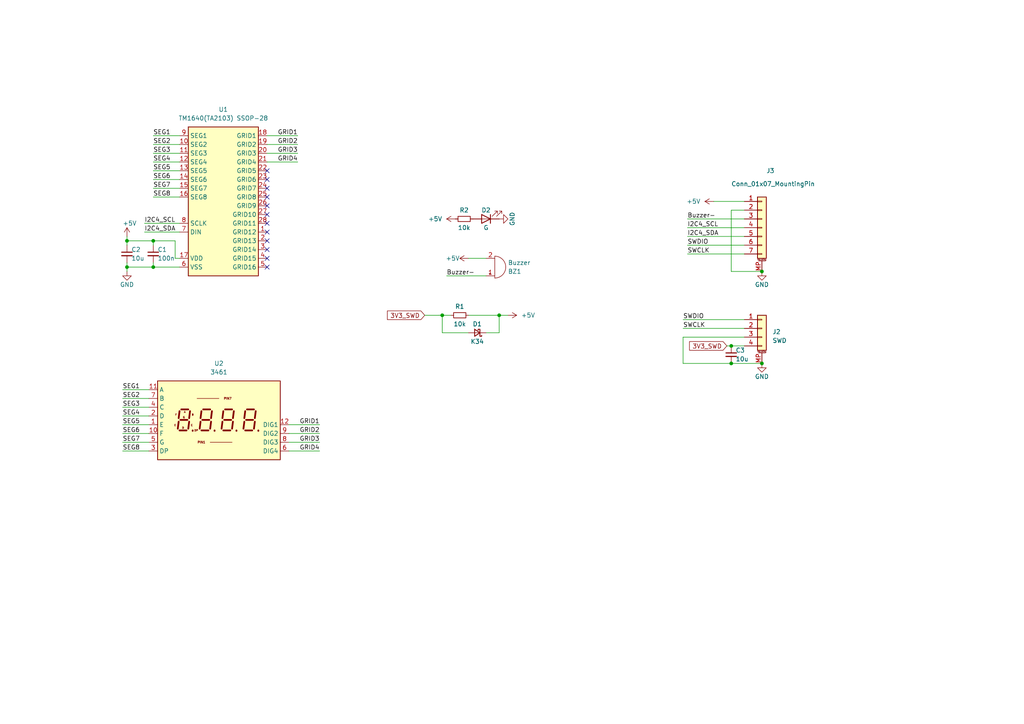
<source format=kicad_sch>
(kicad_sch (version 20231120) (generator "eeschema") (generator_version "8.0")
  (paper "A4")
  (lib_symbols
    (symbol "AEX7 Others:LED-8888-3461"
      (property "Reference" "U" (at 0 0 0))
      (property "Value" "3461" (at 0 0 0))
      (symbol "LED-8888-3461_0_0"
        (pin unspecified line (at -19.05 -17.78 0) (length 2.54) (name "E") (number "1"))
        (pin unspecified line (at -19.05 -20.32 0) (length 2.54) (name "F") (number "10"))
        (pin unspecified line (at -19.05 -7.62 0) (length 2.54) (name "A") (number "11"))
        (pin unspecified line (at 21.59 -17.78 180) (length 2.54) (name "DIG1") (number "12"))
        (pin unspecified line (at -19.05 -15.24 0) (length 2.54) (name "D") (number "2"))
        (pin unspecified line (at -19.05 -25.4 0) (length 2.54) (name "DP") (number "3"))
        (pin unspecified line (at -19.05 -12.7 0) (length 2.54) (name "C") (number "4"))
        (pin unspecified line (at -19.05 -22.86 0) (length 2.54) (name "G") (number "5"))
        (pin unspecified line (at 21.59 -25.4 180) (length 2.54) (name "DIG4") (number "6"))
        (pin unspecified line (at -19.05 -10.16 0) (length 2.54) (name "B") (number "7"))
        (pin unspecified line (at 21.59 -22.86 180) (length 2.54) (name "DIG3") (number "8"))
        (pin unspecified line (at 21.59 -20.32 180) (length 2.54) (name "DIG2") (number "9"))
      )
      (symbol "LED-8888-3461_0_1"
        (rectangle (start -16.51 -5.08) (end 19.05 -27.94) (stroke (width 0.254)) (fill (type background)))
        (polyline (pts (xy -5.08 -20.32) (xy -5.08 -20.32)) (stroke (width 0.254)))
      )
      (symbol "LED-8888-3461_1_0"
        (text "A" (at -8.636 -14.097 0) (effects (font (size 0.508 0.508))))
        (text "B" (at -6.35 -14.859 0) (effects (font (size 0.508 0.508))))
        (text "C" (at -6.604 -17.907 0) (effects (font (size 0.508 0.508))))
        (text "D" (at -9.144 -18.669 0) (effects (font (size 0.508 0.508))))
        (text "DP" (at -5.334 -19.431 0) (effects (font (size 0.508 0.508))))
        (text "E" (at -11.43 -17.907 0) (effects (font (size 0.508 0.508))))
        (text "F" (at -11.176 -14.859 0) (effects (font (size 0.508 0.508))))
        (text "G" (at -8.89 -15.621 0) (effects (font (size 0.508 0.508))))
      )
      (symbol "LED-8888-3461_1_1"
        (polyline (pts (xy -10.414 -16.891) (xy -10.668 -18.923)) (stroke (width 0.508)))
        (polyline (pts (xy -10.16 -19.431) (xy -8.128 -19.431)) (stroke (width 0.508)))
        (polyline (pts (xy -10.16 -13.843) (xy -10.414 -15.875)) (stroke (width 0.508)))
        (polyline (pts (xy -9.906 -16.383) (xy -7.874 -16.383)) (stroke (width 0.508)))
        (polyline (pts (xy -9.652 -13.335) (xy -7.62 -13.335)) (stroke (width 0.508)))
        (polyline (pts (xy -7.366 -16.891) (xy -7.62 -18.923)) (stroke (width 0.508)))
        (polyline (pts (xy -7.112 -13.843) (xy -7.366 -15.875)) (stroke (width 0.508)))
        (polyline (pts (xy -6.35 -19.558) (xy -6.35 -19.431)) (stroke (width 0.508)))
        (polyline (pts (xy -5.08 -10.16) (xy 1.27 -10.16)))
        (polyline (pts (xy -4.064 -16.891) (xy -4.318 -18.923)) (stroke (width 0.508)))
        (polyline (pts (xy -3.81 -19.431) (xy -1.778 -19.431)) (stroke (width 0.508)))
        (polyline (pts (xy -3.81 -13.843) (xy -4.064 -15.875)) (stroke (width 0.508)))
        (polyline (pts (xy -3.556 -16.383) (xy -1.524 -16.383)) (stroke (width 0.508)))
        (polyline (pts (xy -3.302 -13.335) (xy -1.27 -13.335)) (stroke (width 0.508)))
        (polyline (pts (xy -1.27 -22.86) (xy 5.08 -22.86)))
        (polyline (pts (xy -1.016 -16.891) (xy -1.27 -18.923)) (stroke (width 0.508)))
        (polyline (pts (xy -0.762 -13.843) (xy -1.016 -15.875)) (stroke (width 0.508)))
        (polyline (pts (xy 0 -19.558) (xy 0 -19.431)) (stroke (width 0.508)))
        (polyline (pts (xy 2.286 -16.891) (xy 2.032 -18.923)) (stroke (width 0.508)))
        (polyline (pts (xy 2.54 -19.431) (xy 4.572 -19.431)) (stroke (width 0.508)))
        (polyline (pts (xy 2.54 -13.843) (xy 2.286 -15.875)) (stroke (width 0.508)))
        (polyline (pts (xy 2.794 -16.383) (xy 4.826 -16.383)) (stroke (width 0.508)))
        (polyline (pts (xy 3.048 -13.335) (xy 5.08 -13.335)) (stroke (width 0.508)))
        (polyline (pts (xy 5.334 -16.891) (xy 5.08 -18.923)) (stroke (width 0.508)))
        (polyline (pts (xy 5.588 -13.843) (xy 5.334 -15.875)) (stroke (width 0.508)))
        (polyline (pts (xy 6.35 -19.558) (xy 6.35 -19.431)) (stroke (width 0.508)))
        (polyline (pts (xy 8.636 -16.891) (xy 8.382 -18.923)) (stroke (width 0.508)))
        (polyline (pts (xy 8.89 -19.431) (xy 10.922 -19.431)) (stroke (width 0.508)))
        (polyline (pts (xy 8.89 -13.843) (xy 8.636 -15.875)) (stroke (width 0.508)))
        (polyline (pts (xy 9.144 -16.383) (xy 11.176 -16.383)) (stroke (width 0.508)))
        (polyline (pts (xy 9.398 -13.335) (xy 11.43 -13.335)) (stroke (width 0.508)))
        (polyline (pts (xy 11.684 -16.891) (xy 11.43 -18.923)) (stroke (width 0.508)))
        (polyline (pts (xy 11.938 -13.843) (xy 11.684 -15.875)) (stroke (width 0.508)))
        (polyline (pts (xy 12.7 -19.558) (xy 12.7 -19.431)) (stroke (width 0.508)))
        (text "PIN1" (at -3.81 -22.86 0) (effects (font (size 0.635 0.635))))
        (text "PIN7" (at 3.81 -10.16 0) (effects (font (size 0.635 0.635))))
      )
    )
    (symbol "AEX7 Others:TM1640(TA2103)"
      (property "Reference" "U" (at 0 3.81 0))
      (property "Value" "TM1640(TA2103)" (at 0 -71.12 0))
      (symbol "TM1640(TA2103)_0_0"
        (pin unspecified line (at 12.7 -29.21 180) (length 2.54) (name "GRID12") (number "1"))
        (pin unspecified line (at -12.7 -3.81 0) (length 2.54) (name "SEG2") (number "10"))
        (pin unspecified line (at -12.7 -6.35 0) (length 2.54) (name "SEG3") (number "11"))
        (pin unspecified line (at -12.7 -8.89 0) (length 2.54) (name "SEG4") (number "12"))
        (pin unspecified line (at -12.7 -11.43 0) (length 2.54) (name "SEG5") (number "13"))
        (pin unspecified line (at -12.7 -13.97 0) (length 2.54) (name "SEG6") (number "14"))
        (pin unspecified line (at -12.7 -16.51 0) (length 2.54) (name "SEG7") (number "15"))
        (pin unspecified line (at -12.7 -19.05 0) (length 2.54) (name "SEG8") (number "16"))
        (pin unspecified line (at -12.7 -36.83 0) (length 2.54) (name "VDD") (number "17"))
        (pin unspecified line (at 12.7 -1.27 180) (length 2.54) (name "GRID1") (number "18"))
        (pin unspecified line (at 12.7 -3.81 180) (length 2.54) (name "GRID2") (number "19"))
        (pin unspecified line (at 12.7 -31.75 180) (length 2.54) (name "GRID13") (number "2"))
        (pin unspecified line (at 12.7 -6.35 180) (length 2.54) (name "GRID3") (number "20"))
        (pin unspecified line (at 12.7 -8.89 180) (length 2.54) (name "GRID4") (number "21"))
        (pin unspecified line (at 12.7 -11.43 180) (length 2.54) (name "GRID5") (number "22"))
        (pin unspecified line (at 12.7 -13.97 180) (length 2.54) (name "GRID6") (number "23"))
        (pin unspecified line (at 12.7 -16.51 180) (length 2.54) (name "GRID7") (number "24"))
        (pin unspecified line (at 12.7 -19.05 180) (length 2.54) (name "GRID8") (number "25"))
        (pin unspecified line (at 12.7 -21.59 180) (length 2.54) (name "GRID9") (number "26"))
        (pin unspecified line (at 12.7 -24.13 180) (length 2.54) (name "GRID10") (number "27"))
        (pin unspecified line (at 12.7 -26.67 180) (length 2.54) (name "GRID11") (number "28"))
        (pin unspecified line (at 12.7 -34.29 180) (length 2.54) (name "GRID14") (number "3"))
        (pin unspecified line (at 12.7 -36.83 180) (length 2.54) (name "GRID15") (number "4"))
        (pin unspecified line (at 12.7 -39.37 180) (length 2.54) (name "GRID16") (number "5"))
        (pin unspecified line (at -12.7 -39.37 0) (length 2.54) (name "VSS") (number "6"))
        (pin unspecified line (at -12.7 -29.21 0) (length 2.54) (name "DIN") (number "7"))
        (pin unspecified line (at -12.7 -26.67 0) (length 2.54) (name "SCLK") (number "8"))
        (pin unspecified line (at -12.7 -1.27 0) (length 2.54) (name "SEG1") (number "9"))
      )
      (symbol "TM1640(TA2103)_1_1"
        (rectangle (start -10.16 1.27) (end 10.16 -41.91) (stroke (width 0.254)) (fill (type background)))
      )
    )
    (symbol "Connector_Generic_MountingPin:Conn_01x04_MountingPin" (pin_names (offset 1.016) hide)
      (property "Reference" "J" (at 0 5.08 0))
      (property "Value" "Conn_01x04_MountingPin" (at 1.27 -7.62 0))
      (symbol "Conn_01x04_MountingPin_1_1"
        (rectangle (start -1.27 -4.953) (end 0 -5.207) (stroke (width 0.1524)))
        (rectangle (start -1.27 -2.413) (end 0 -2.667) (stroke (width 0.1524)))
        (rectangle (start -1.27 0.127) (end 0 -0.127) (stroke (width 0.1524)))
        (rectangle (start -1.27 2.667) (end 0 2.413) (stroke (width 0.1524)))
        (rectangle (start -1.27 3.81) (end 1.27 -6.35) (stroke (width 0.254)) (fill (type background)))
        (polyline (pts (xy -1.016 -7.112) (xy 1.016 -7.112)) (stroke (width 0.1524)))
        (text "Mounting" (at 0 -6.731 0) (effects (font (size 0.381 0.381))))
        (pin passive line (at -5.08 2.54 0) (length 3.81) (name "Pin_1") (number "1"))
        (pin passive line (at -5.08 0 0) (length 3.81) (name "Pin_2") (number "2"))
        (pin passive line (at -5.08 -2.54 0) (length 3.81) (name "Pin_3") (number "3"))
        (pin passive line (at -5.08 -5.08 0) (length 3.81) (name "Pin_4") (number "4"))
        (pin passive line (at 0 -10.16 90) (length 3.048) (name "MountPin") (number "MP"))
      )
    )
    (symbol "Connector_Generic_MountingPin:Conn_01x07_MountingPin" (pin_names (offset 1.016) hide)
      (property "Reference" "J" (at 0 10.16 0))
      (property "Value" "Conn_01x07_MountingPin" (at 1.27 -10.16 0))
      (symbol "Conn_01x07_MountingPin_1_1"
        (rectangle (start -1.27 -7.493) (end 0 -7.747) (stroke (width 0.1524)))
        (rectangle (start -1.27 -4.953) (end 0 -5.207) (stroke (width 0.1524)))
        (rectangle (start -1.27 -2.413) (end 0 -2.667) (stroke (width 0.1524)))
        (rectangle (start -1.27 0.127) (end 0 -0.127) (stroke (width 0.1524)))
        (rectangle (start -1.27 2.667) (end 0 2.413) (stroke (width 0.1524)))
        (rectangle (start -1.27 5.207) (end 0 4.953) (stroke (width 0.1524)))
        (rectangle (start -1.27 7.747) (end 0 7.493) (stroke (width 0.1524)))
        (rectangle (start -1.27 8.89) (end 1.27 -8.89) (stroke (width 0.254)) (fill (type background)))
        (polyline (pts (xy -1.016 -9.652) (xy 1.016 -9.652)) (stroke (width 0.1524)))
        (text "Mounting" (at 0 -9.271 0) (effects (font (size 0.381 0.381))))
        (pin passive line (at -5.08 7.62 0) (length 3.81) (name "Pin_1") (number "1"))
        (pin passive line (at -5.08 5.08 0) (length 3.81) (name "Pin_2") (number "2"))
        (pin passive line (at -5.08 2.54 0) (length 3.81) (name "Pin_3") (number "3"))
        (pin passive line (at -5.08 0 0) (length 3.81) (name "Pin_4") (number "4"))
        (pin passive line (at -5.08 -2.54 0) (length 3.81) (name "Pin_5") (number "5"))
        (pin passive line (at -5.08 -5.08 0) (length 3.81) (name "Pin_6") (number "6"))
        (pin passive line (at -5.08 -7.62 0) (length 3.81) (name "Pin_7") (number "7"))
        (pin passive line (at 0 -12.7 90) (length 3.048) (name "MountPin") (number "MP"))
      )
    )
    (symbol "Device:Buzzer" (pin_names (offset 0.0254) hide)
      (property "Reference" "BZ" (at 3.81 1.27 0))
      (property "Value" "Buzzer" (at 3.81 -1.27 0))
      (symbol "Buzzer_0_1"
        (arc (start 0 -3.175) (mid 3.1612 0) (end 0 3.175))
        (polyline (pts (xy -1.651 1.905) (xy -1.143 1.905)))
        (polyline (pts (xy -1.397 2.159) (xy -1.397 1.651)))
        (polyline (pts (xy 0 3.175) (xy 0 -3.175)))
      )
      (symbol "Buzzer_1_1"
        (pin passive line (at -2.54 2.54 0) (length 2.54) (name "-") (number "1"))
        (pin passive line (at -2.54 -2.54 0) (length 2.54) (name "+") (number "2"))
      )
    )
    (symbol "Device:C_Small" (pin_numbers hide) (pin_names (offset 0.254) hide)
      (property "Reference" "C" (at 0.254 1.778 0))
      (property "Value" "C_Small" (at 0.254 -2.032 0))
      (symbol "C_Small_0_1"
        (polyline (pts (xy -1.524 -0.508) (xy 1.524 -0.508)) (stroke (width 0.3302)))
        (polyline (pts (xy -1.524 0.508) (xy 1.524 0.508)) (stroke (width 0.3048)))
      )
      (symbol "C_Small_1_1"
        (pin passive line (at 0 2.54 270) (length 2.032) (name "~") (number "1"))
        (pin passive line (at 0 -2.54 90) (length 2.032) (name "~") (number "2"))
      )
    )
    (symbol "Device:D_Schottky_Small" (pin_numbers hide) (pin_names (offset 0.254) hide)
      (property "Reference" "D" (at -1.27 2.032 0))
      (property "Value" "D_Schottky_Small" (at -7.112 -2.032 0))
      (symbol "D_Schottky_Small_0_1"
        (polyline (pts (xy -0.762 0) (xy 0.762 0)))
        (polyline (pts (xy 0.762 -1.016) (xy -0.762 0) (xy 0.762 1.016) (xy 0.762 -1.016)) (stroke (width 0.254)))
        (polyline (pts (xy -1.27 0.762) (xy -1.27 1.016) (xy -0.762 1.016) (xy -0.762 -1.016) (xy -0.254 -1.016) (xy -0.254 -0.762)) (stroke (width 0.254)))
      )
      (symbol "D_Schottky_Small_1_1"
        (pin passive line (at -2.54 0 0) (length 1.778) (name "K") (number "1"))
        (pin passive line (at 2.54 0 180) (length 1.778) (name "A") (number "2"))
      )
    )
    (symbol "Device:LED" (pin_numbers hide) (pin_names (offset 1.016) hide)
      (property "Reference" "D" (at 0 2.54 0))
      (property "Value" "LED" (at 0 -2.54 0))
      (symbol "LED_0_1"
        (polyline (pts (xy -1.27 -1.27) (xy -1.27 1.27)) (stroke (width 0.254)))
        (polyline (pts (xy -1.27 0) (xy 1.27 0)))
        (polyline (pts (xy 1.27 -1.27) (xy 1.27 1.27) (xy -1.27 0) (xy 1.27 -1.27)) (stroke (width 0.254)))
        (polyline (pts (xy -3.048 -0.762) (xy -4.572 -2.286) (xy -3.81 -2.286) (xy -4.572 -2.286) (xy -4.572 -1.524)))
        (polyline (pts (xy -1.778 -0.762) (xy -3.302 -2.286) (xy -2.54 -2.286) (xy -3.302 -2.286) (xy -3.302 -1.524)))
      )
      (symbol "LED_1_1"
        (pin passive line (at -3.81 0 0) (length 2.54) (name "K") (number "1"))
        (pin passive line (at 3.81 0 180) (length 2.54) (name "A") (number "2"))
      )
    )
    (symbol "Device:R_Small" (pin_numbers hide) (pin_names (offset 0.254) hide)
      (property "Reference" "R" (at 0.762 0.508 0))
      (property "Value" "R_Small" (at 0.762 -1.016 0))
      (symbol "R_Small_0_1"
        (rectangle (start -0.762 1.778) (end 0.762 -1.778) (stroke (width 0.2032)))
      )
      (symbol "R_Small_1_1"
        (pin passive line (at 0 2.54 270) (length 0.762) (name "~") (number "1"))
        (pin passive line (at 0 -2.54 90) (length 0.762) (name "~") (number "2"))
      )
    )
    (symbol "power:+5V" (power) (pin_names (offset 0))
      (property "Value" "+5V" (at 0 3.556 0))
      (symbol "+5V_0_1"
        (polyline (pts (xy -0.762 1.27) (xy 0 2.54)))
        (polyline (pts (xy 0 0) (xy 0 2.54)))
        (polyline (pts (xy 0 2.54) (xy 0.762 1.27)))
      )
      (symbol "+5V_1_1"
        (pin power_in line (at 0 0 90) (length 0) hide (name "+5V") (number "1"))
      )
    )
    (symbol "power:GND" (power) (pin_names (offset 0))
      (property "Value" "GND" (at 0 -3.81 0))
      (symbol "GND_0_1"
        (polyline (pts (xy 0 0) (xy 0 -1.27) (xy 1.27 -1.27) (xy 0 -2.54) (xy -1.27 -1.27) (xy 0 -1.27)))
      )
      (symbol "GND_1_1"
        (pin power_in line (at 0 0 270) (length 0) hide (name "GND") (number "1"))
      )
    )
  )
  (junction (at 128.27 91.44))
  (junction (at 212.09 105.41))
  (junction (at 144.78 91.44))
  (junction (at 36.83 69.85))
  (junction (at 212.09 100.33))
  (junction (at 44.45 69.85))
  (junction (at 220.98 105.41))
  (junction (at 36.83 77.47))
  (junction (at 220.98 78.74))
  (junction (at 44.45 77.47))
  (no_connect (at 77.47 69.85))
  (no_connect (at 77.47 72.39))
  (no_connect (at 77.47 64.77))
  (no_connect (at 77.47 54.61))
  (no_connect (at 77.47 74.93))
  (no_connect (at 77.47 52.07))
  (no_connect (at 77.47 59.69))
  (no_connect (at 77.47 77.47))
  (no_connect (at 77.47 57.15))
  (no_connect (at 77.47 62.23))
  (no_connect (at 77.47 67.31))
  (no_connect (at 77.47 49.53))
  (wire (pts (xy 92.71 123.19) (xy 83.82 123.19)))
  (wire (pts (xy 199.39 63.5) (xy 215.9 63.5)))
  (wire (pts (xy 44.45 54.61) (xy 52.07 54.61)))
  (wire (pts (xy 212.09 100.33) (xy 215.9 100.33)))
  (wire (pts (xy 86.36 46.99) (xy 77.47 46.99)))
  (wire (pts (xy 44.45 46.99) (xy 52.07 46.99)))
  (wire (pts (xy 35.56 130.81) (xy 43.18 130.81)))
  (wire (pts (xy 198.12 95.25) (xy 215.9 95.25)))
  (wire (pts (xy 212.09 60.96) (xy 212.09 78.74)))
  (wire (pts (xy 35.56 118.11) (xy 43.18 118.11)))
  (wire (pts (xy 41.91 67.31) (xy 52.07 67.31)))
  (wire (pts (xy 123.19 91.44) (xy 128.27 91.44)))
  (wire (pts (xy 212.09 60.96) (xy 215.9 60.96)))
  (wire (pts (xy 44.45 57.15) (xy 52.07 57.15)))
  (wire (pts (xy 198.12 105.41) (xy 212.09 105.41)))
  (wire (pts (xy 35.56 115.57) (xy 43.18 115.57)))
  (wire (pts (xy 210.82 100.33) (xy 212.09 100.33)))
  (wire (pts (xy 198.12 92.71) (xy 215.9 92.71)))
  (wire (pts (xy 44.45 76.2) (xy 44.45 77.47)))
  (wire (pts (xy 92.71 128.27) (xy 83.82 128.27)))
  (wire (pts (xy 130.81 91.44) (xy 128.27 91.44)))
  (wire (pts (xy 86.36 39.37) (xy 77.47 39.37)))
  (wire (pts (xy 44.45 77.47) (xy 52.07 77.47)))
  (wire (pts (xy 199.39 73.66) (xy 215.9 73.66)))
  (wire (pts (xy 36.83 68.58) (xy 36.83 69.85)))
  (wire (pts (xy 35.56 113.03) (xy 43.18 113.03)))
  (wire (pts (xy 215.9 97.79) (xy 198.12 97.79)))
  (wire (pts (xy 44.45 49.53) (xy 52.07 49.53)))
  (wire (pts (xy 36.83 77.47) (xy 44.45 77.47)))
  (wire (pts (xy 199.39 68.58) (xy 215.9 68.58)))
  (wire (pts (xy 135.89 74.93) (xy 140.97 74.93)))
  (wire (pts (xy 92.71 125.73) (xy 83.82 125.73)))
  (wire (pts (xy 86.36 41.91) (xy 77.47 41.91)))
  (wire (pts (xy 36.83 76.2) (xy 36.83 77.47)))
  (wire (pts (xy 35.56 120.65) (xy 43.18 120.65)))
  (wire (pts (xy 44.45 69.85) (xy 36.83 69.85)))
  (wire (pts (xy 44.45 52.07) (xy 52.07 52.07)))
  (wire (pts (xy 212.09 105.41) (xy 220.98 105.41)))
  (wire (pts (xy 44.45 41.91) (xy 52.07 41.91)))
  (wire (pts (xy 135.89 91.44) (xy 144.78 91.44)))
  (wire (pts (xy 35.56 125.73) (xy 43.18 125.73)))
  (wire (pts (xy 207.01 58.42) (xy 215.9 58.42)))
  (wire (pts (xy 144.78 91.44) (xy 147.32 91.44)))
  (wire (pts (xy 44.45 44.45) (xy 52.07 44.45)))
  (wire (pts (xy 199.39 66.04) (xy 215.9 66.04)))
  (wire (pts (xy 86.36 44.45) (xy 77.47 44.45)))
  (wire (pts (xy 144.78 96.52) (xy 140.97 96.52)))
  (wire (pts (xy 144.78 96.52) (xy 144.78 91.44)))
  (wire (pts (xy 50.8 74.93) (xy 50.8 69.85)))
  (wire (pts (xy 212.09 78.74) (xy 220.98 78.74)))
  (wire (pts (xy 35.56 123.19) (xy 43.18 123.19)))
  (wire (pts (xy 41.91 64.77) (xy 52.07 64.77)))
  (wire (pts (xy 52.07 74.93) (xy 50.8 74.93)))
  (wire (pts (xy 36.83 69.85) (xy 36.83 71.12)))
  (wire (pts (xy 129.54 80.01) (xy 140.97 80.01)))
  (wire (pts (xy 92.71 130.81) (xy 83.82 130.81)))
  (wire (pts (xy 44.45 39.37) (xy 52.07 39.37)))
  (wire (pts (xy 50.8 69.85) (xy 44.45 69.85)))
  (wire (pts (xy 35.56 128.27) (xy 43.18 128.27)))
  (wire (pts (xy 199.39 71.12) (xy 215.9 71.12)))
  (wire (pts (xy 128.27 91.44) (xy 128.27 96.52)))
  (wire (pts (xy 128.27 96.52) (xy 135.89 96.52)))
  (wire (pts (xy 198.12 97.79) (xy 198.12 105.41)))
  (wire (pts (xy 36.83 77.47) (xy 36.83 78.74)))
  (wire (pts (xy 44.45 69.85) (xy 44.45 71.12)))
  (label "SEG3" (at 44.45 44.45 0))
  (label "SWDIO" (at 199.39 71.12 0))
  (label "GRID1" (at 92.71 123.19 180))
  (label "SWDIO" (at 198.12 92.71 0))
  (label "I2C4_SDA" (at 199.39 68.58 0))
  (label "SEG2" (at 44.45 41.91 0))
  (label "GRID2" (at 92.71 125.73 180))
  (label "SEG1" (at 44.45 39.37 0))
  (label "SEG2" (at 35.56 115.57 0))
  (label "Buzzer-" (at 199.39 63.5 0))
  (label "SEG5" (at 35.56 123.19 0))
  (label "SWCLK" (at 198.12 95.25 0))
  (label "SEG6" (at 35.56 125.73 0))
  (label "GRID4" (at 92.71 130.81 180))
  (label "SWCLK" (at 199.39 73.66 0))
  (label "I2C4_SCL" (at 199.39 66.04 0))
  (label "GRID1" (at 86.36 39.37 180))
  (label "SEG4" (at 44.45 46.99 0))
  (label "SEG4" (at 35.56 120.65 0))
  (label "I2C4_SCL" (at 41.91 64.77 0))
  (label "GRID3" (at 86.36 44.45 180))
  (label "SEG6" (at 44.45 52.07 0))
  (label "SEG7" (at 44.45 54.61 0))
  (label "GRID3" (at 92.71 128.27 180))
  (label "SEG5" (at 44.45 49.53 0))
  (label "SEG8" (at 44.45 57.15 0))
  (label "SEG8" (at 35.56 130.81 0))
  (label "Buzzer-" (at 129.54 80.01 0))
  (label "SEG1" (at 35.56 113.03 0))
  (label "GRID4" (at 86.36 46.99 180))
  (label "SEG3" (at 35.56 118.11 0))
  (label "I2C4_SDA" (at 41.91 67.31 0))
  (label "GRID2" (at 86.36 41.91 180))
  (label "SEG7" (at 35.56 128.27 0))
  (global_label "3V3_SWD" (shape input) (at 210.82 100.33 180) (property "Intersheetrefs" "${INTERSHEET_REFS}" (effects (hide yes))))
  (global_label "3V3_SWD" (shape input) (at 123.19 91.44 180) (property "Intersheetrefs" "${INTERSHEET_REFS}" (effects (hide yes))))
  (symbol (lib_id "Device:LED") (at 140.97 63.5 180) (unit 1)
    (property "Reference" "D2" (at 140.97 60.96 0))
    (property "Value" "G" (at 140.97 66.04 0))
    (property "Footprint" "LED_SMD:LED_0603_1608Metric" (effects (hide yes)))
  )
  (symbol (lib_id "power:+5V") (at 36.83 68.58 0) (unit 1)
    (property "Reference" "#PWR04" (effects (hide yes)))
    (property "Value" "+5V" (at 35.56 64.77 0) (effects (justify left)))
  )
  (symbol (lib_id "power:+5V") (at 135.89 74.93 90) (unit 1)
    (property "Reference" "#PWR03" (effects (hide yes)))
    (property "Value" "+5V" (at 133.35 74.93 90) (effects (justify left)))
  )
  (symbol (lib_id "AEX7 Others:LED-8888-3461") (at 62.23 105.41 0) (unit 1)
    (property "Reference" "U2" (at 63.5 105.41 0))
    (property "Value" "3461" (at 63.5 107.95 0))
    (property "Footprint" "AEX7 Others:LED-8888-3461" (effects (hide yes)))
  )
  (symbol (lib_id "Connector_Generic_MountingPin:Conn_01x07_MountingPin") (at 220.98 66.04 0) (unit 1)
    (property "Reference" "J3" (at 222.25 49.53 0) (effects (justify left)))
    (property "Value" "Conn_01x07_MountingPin" (at 212.09 53.34 0) (effects (justify left)))
    (property "Footprint" "Connector_JST:JST_GH_SM07B-GHS-TB_1x07-1MP_P1.25mm_Horizontal" (effects (hide yes)))
  )
  (symbol (lib_id "power:+5V") (at 147.32 91.44 270) (unit 1)
    (property "Reference" "#PWR07" (effects (hide yes)))
    (property "Value" "+5V" (at 151.13 91.44 90) (effects (justify left)))
  )
  (symbol (lib_id "Device:Buzzer") (at 143.51 77.47 0) (mirror x) (unit 1)
    (property "Reference" "BZ1" (at 147.32 78.74 0) (effects (justify left)))
    (property "Value" "Buzzer" (at 147.32 76.2 0) (effects (justify left)))
    (property "Footprint" "RM24:MLT-9032" (effects (hide yes)))
  )
  (symbol (lib_id "power:+5V") (at 207.01 58.42 90) (unit 1)
    (property "Reference" "#PWR01" (effects (hide yes)))
    (property "Value" "+5V" (at 203.2 58.42 90) (effects (justify left)))
  )
  (symbol (lib_id "power:GND") (at 36.83 78.74 0) (unit 1)
    (property "Reference" "#PWR05" (effects (hide yes)))
    (property "Value" "GND" (at 36.83 82.55 0))
  )
  (symbol (lib_id "Connector_Generic_MountingPin:Conn_01x04_MountingPin") (at 220.98 95.25 0) (unit 1)
    (property "Reference" "J2" (at 224.028 96.2406 0) (effects (justify left)))
    (property "Value" "SWD" (at 224.028 98.7806 0) (effects (justify left)))
    (property "Footprint" "Connector_Molex:Molex_PicoBlade_53398-0471_1x04-1MP_P1.25mm_Vertical" (effects (hide yes)))
    (property "Datasheet" "[问号]" (effects (hide yes)))
  )
  (symbol (lib_id "power:GND") (at 220.98 105.41 0) (unit 1)
    (property "Reference" "#PWR06" (effects (hide yes)))
    (property "Value" "GND" (at 220.98 109.22 0))
  )
  (symbol (lib_id "Device:R_Small") (at 134.62 63.5 90) (mirror x) (unit 1)
    (property "Reference" "R2" (at 134.62 60.96 90))
    (property "Value" "10k" (at 134.62 66.04 90))
    (property "Footprint" "Resistor_SMD:R_0603_1608Metric" (effects (hide yes)))
  )
  (symbol (lib_id "Device:C_Small") (at 44.45 73.66 0) (unit 1)
    (property "Reference" "C1" (at 45.72 72.39 0) (effects (justify left)))
    (property "Value" "100n" (at 45.72 74.93 0) (effects (justify left)))
    (property "Footprint" "Capacitor_SMD:C_0603_1608Metric" (effects (hide yes)))
  )
  (symbol (lib_id "Device:C_Small") (at 36.83 73.66 0) (unit 1)
    (property "Reference" "C2" (at 38.1 72.39 0) (effects (justify left)))
    (property "Value" "10u" (at 38.1 74.93 0) (effects (justify left)))
    (property "Footprint" "Capacitor_SMD:C_0603_1608Metric" (effects (hide yes)))
  )
  (symbol (lib_id "power:GND") (at 144.78 63.5 90) (unit 1)
    (property "Reference" "#PWR09" (effects (hide yes)))
    (property "Value" "GND" (at 148.59 63.5 0))
  )
  (symbol (lib_id "AEX7 Others:TM1640(TA2103)") (at 64.77 38.1 0) (unit 1)
    (property "Reference" "U1" (at 64.77 31.75 0))
    (property "Value" "TM1640(TA2103) SSOP-28" (at 64.77 34.29 0))
    (property "Footprint" "Package_SO:SSOP-28_3.9x9.9mm_P0.635mm" (effects (hide yes)))
  )
  (symbol (lib_id "Device:D_Schottky_Small") (at 138.43 96.52 180) (unit 1)
    (property "Reference" "D1" (at 138.43 93.98 0))
    (property "Value" "K34" (at 138.43 99.06 0))
    (property "Footprint" "Diode_SMD:D_SMF" (effects (hide yes)))
  )
  (symbol (lib_id "power:+5V") (at 132.08 63.5 90) (unit 1)
    (property "Reference" "#PWR08" (effects (hide yes)))
    (property "Value" "+5V" (at 128.27 63.5 90) (effects (justify left)))
  )
  (symbol (lib_id "Device:C_Small") (at 212.09 102.87 0) (unit 1)
    (property "Reference" "C3" (at 213.36 101.6 0) (effects (justify left)))
    (property "Value" "10u" (at 213.36 104.14 0) (effects (justify left)))
    (property "Footprint" "Capacitor_SMD:C_0603_1608Metric" (effects (hide yes)))
  )
  (symbol (lib_id "power:GND") (at 220.98 78.74 0) (unit 1)
    (property "Reference" "#PWR02" (effects (hide yes)))
    (property "Value" "GND" (at 220.98 82.55 0))
  )
  (symbol (lib_id "Device:R_Small") (at 133.35 91.44 90) (mirror x) (unit 1)
    (property "Reference" "R1" (at 133.35 88.9 90))
    (property "Value" "10k" (at 133.35 93.98 90))
    (property "Footprint" "Resistor_SMD:R_0603_1608Metric" (effects (hide yes)))
  )
)
</source>
